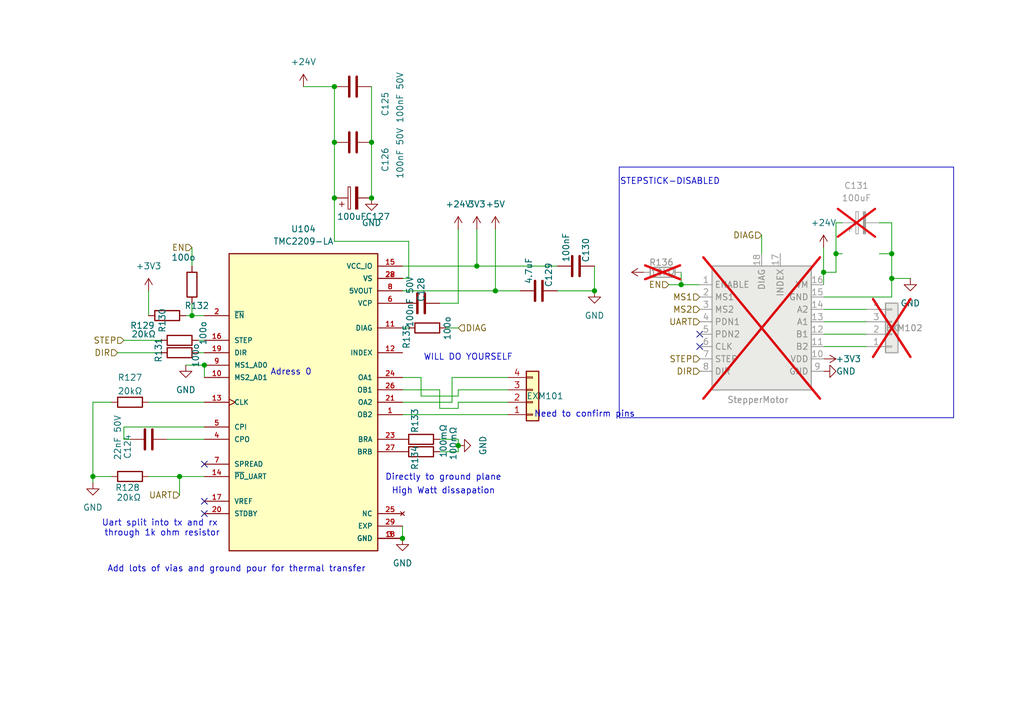
<source format=kicad_sch>
(kicad_sch (version 20250114) (generator "eeschema") (generator_version "9.0")
  (paper "A5")
  (lib_symbols
    (symbol "+3V3_1" (power) (pin_numbers (hide yes)) (pin_names (offset 0) (hide yes))
      (property "Value" "+3V3" (at 0 3.556 0))
      (symbol "+3V3_1_0_1"
        (polyline (pts (xy -0.762 1.27) (xy 0 2.54)))
        (polyline (pts (xy 0 2.54) (xy 0.762 1.27)))
        (polyline (pts (xy 0 0) (xy 0 2.54)))
      )
      (symbol "+3V3_1_1_1"
        (pin power_in line (at 0 0 90) (length 0) (name "~") (number "1"))
      )
    )
    (symbol "Connector_Generic:Conn_01x04" (pin_names (offset 1.016) (hide yes))
      (property "Reference" "J" (at 0 5.08 0))
      (property "Value" "Conn_01x04" (at 0 -7.62 0))
      (symbol "Conn_01x04_1_1"
        (rectangle (start -1.27 3.81) (end 1.27 -6.35) (stroke (width 0.254)) (fill (type background)))
        (rectangle (start -1.27 2.667) (end 0 2.413) (stroke (width 0.1524)))
        (rectangle (start -1.27 0.127) (end 0 -0.127) (stroke (width 0.1524)))
        (rectangle (start -1.27 -2.413) (end 0 -2.667) (stroke (width 0.1524)))
        (rectangle (start -1.27 -4.953) (end 0 -5.207) (stroke (width 0.1524)))
        (pin passive line (at -5.08 2.54 0) (length 3.81) (name "Pin_1") (number "1"))
        (pin passive line (at -5.08 0 0) (length 3.81) (name "Pin_2") (number "2"))
        (pin passive line (at -5.08 -2.54 0) (length 3.81) (name "Pin_3") (number "3"))
        (pin passive line (at -5.08 -5.08 0) (length 3.81) (name "Pin_4") (number "4"))
      )
    )
    (symbol "CustomSymbols:TMC2209 StepStick Breakout"
      (property "Reference" "M" (at 1.27 -3.81 0))
      (property "Value" "TMC2209 Breakout" (at 11.43 -7.62 0))
      (symbol "TMC2209 StepStick Breakout_0_1"
        (rectangle (start -7.62 16.51) (end 12.7 -8.89) (stroke (width 0.254)) (fill (type background)))
      )
      (symbol "TMC2209 StepStick Breakout_1_1"
        (pin input line (at -10.16 12.7 0) (length 2.54) (name "ENABLE") (number "1"))
        (pin input line (at -10.16 10.16 0) (length 2.54) (name "MS1") (number "2"))
        (pin input line (at -10.16 7.62 0) (length 2.54) (name "MS2") (number "3"))
        (pin output line (at -10.16 5.08 0) (length 2.54) (name "PDN1") (number "4"))
        (pin output line (at -10.16 2.54 0) (length 2.54) (name "PDN2") (number "5"))
        (pin input line (at -10.16 0 0) (length 2.54) (name "CLK") (number "6"))
        (pin input line (at -10.16 -2.54 0) (length 2.54) (name "STEP") (number "7"))
        (pin input line (at -10.16 -5.08 0) (length 2.54) (name "DIR") (number "8"))
        (pin output line (at 2.54 19.05 270) (length 2.54) (name "DIAG") (number "18"))
        (pin input line (at 6.35 19.05 270) (length 2.54) (name "INDEX") (number "17"))
        (pin input line (at 15.24 12.7 180) (length 2.54) (name "VM") (number "16"))
        (pin input line (at 15.24 10.16 180) (length 2.54) (name "GND") (number "15"))
        (pin output line (at 15.24 7.62 180) (length 2.54) (name "A2") (number "14"))
        (pin output line (at 15.24 5.08 180) (length 2.54) (name "A1") (number "13"))
        (pin output line (at 15.24 2.54 180) (length 2.54) (name "B1") (number "12"))
        (pin output line (at 15.24 0 180) (length 2.54) (name "B2") (number "11"))
        (pin input line (at 15.24 -2.54 180) (length 2.54) (name "VDD") (number "10"))
        (pin input line (at 15.24 -5.08 180) (length 2.54) (name "GND") (number "9"))
      )
    )
    (symbol "Device:C" (pin_numbers (hide yes)) (pin_names (offset 0.254))
      (property "Reference" "C" (at 0.635 2.54 0))
      (property "Value" "C" (at 0.635 -2.54 0))
      (symbol "C_0_1"
        (polyline (pts (xy -2.032 0.762) (xy 2.032 0.762)) (stroke (width 0.508)))
        (polyline (pts (xy -2.032 -0.762) (xy 2.032 -0.762)) (stroke (width 0.508)))
      )
      (symbol "C_1_1"
        (pin passive line (at 0 3.81 270) (length 2.794) (name "~") (number "1"))
        (pin passive line (at 0 -3.81 90) (length 2.794) (name "~") (number "2"))
      )
    )
    (symbol "Device:C_Polarized" (pin_numbers (hide yes)) (pin_names (offset 0.254))
      (property "Reference" "C" (at 0.635 2.54 0))
      (property "Value" "C_Polarized" (at 0.635 -2.54 0))
      (symbol "C_Polarized_0_1"
        (rectangle (start -2.286 0.508) (end 2.286 1.016))
        (polyline (pts (xy -1.778 2.286) (xy -0.762 2.286)))
        (polyline (pts (xy -1.27 2.794) (xy -1.27 1.778)))
        (rectangle (start 2.286 -0.508) (end -2.286 -1.016) (fill (type outline)))
      )
      (symbol "C_Polarized_1_1"
        (pin passive line (at 0 3.81 270) (length 2.794) (name "~") (number "1"))
        (pin passive line (at 0 -3.81 90) (length 2.794) (name "~") (number "2"))
      )
    )
    (symbol "Device:R" (pin_numbers (hide yes)) (pin_names (offset 0))
      (property "Reference" "R" (at 2.032 0 90))
      (property "Value" "R" (at 0 0 90))
      (symbol "R_0_1"
        (rectangle (start -1.016 -2.54) (end 1.016 2.54) (stroke (width 0.254)))
      )
      (symbol "R_1_1"
        (pin passive line (at 0 3.81 270) (length 1.27) (name "~") (number "1"))
        (pin passive line (at 0 -3.81 90) (length 1.27) (name "~") (number "2"))
      )
    )
    (symbol "GND_1" (power) (pin_numbers (hide yes)) (pin_names (offset 0) (hide yes))
      (property "Value" "GND" (at 0 -3.81 0))
      (symbol "GND_1_0_1"
        (polyline (pts (xy 0 0) (xy 0 -1.27) (xy 1.27 -1.27) (xy 0 -2.54) (xy -1.27 -1.27) (xy 0 -1.27)))
      )
      (symbol "GND_1_1_1"
        (pin power_in line (at 0 0 270) (length 0) (name "~") (number "1"))
      )
    )
    (symbol "GND_2" (power) (pin_numbers (hide yes)) (pin_names (offset 0) (hide yes))
      (property "Value" "GND" (at 0 -3.81 0))
      (symbol "GND_2_0_1"
        (polyline (pts (xy 0 0) (xy 0 -1.27) (xy 1.27 -1.27) (xy 0 -2.54) (xy -1.27 -1.27) (xy 0 -1.27)))
      )
      (symbol "GND_2_1_1"
        (pin power_in line (at 0 0 270) (length 0) (name "~") (number "1"))
      )
    )
    (symbol "GND_3" (power) (pin_numbers (hide yes)) (pin_names (offset 0) (hide yes))
      (property "Value" "GND" (at 0 -3.81 0))
      (symbol "GND_3_0_1"
        (polyline (pts (xy 0 0) (xy 0 -1.27) (xy 1.27 -1.27) (xy 0 -2.54) (xy -1.27 -1.27) (xy 0 -1.27)))
      )
      (symbol "GND_3_1_1"
        (pin power_in line (at 0 0 270) (length 0) (name "~") (number "1"))
      )
    )
    (symbol "GND_4" (power) (pin_numbers (hide yes)) (pin_names (offset 0) (hide yes))
      (property "Value" "GND" (at 0 -3.81 0))
      (symbol "GND_4_0_1"
        (polyline (pts (xy 0 0) (xy 0 -1.27) (xy 1.27 -1.27) (xy 0 -2.54) (xy -1.27 -1.27) (xy 0 -1.27)))
      )
      (symbol "GND_4_1_1"
        (pin power_in line (at 0 0 270) (length 0) (name "~") (number "1"))
      )
    )
    (symbol "GND_5" (power) (pin_numbers (hide yes)) (pin_names (offset 0) (hide yes))
      (property "Value" "GND" (at 0 -3.81 0))
      (symbol "GND_5_0_1"
        (polyline (pts (xy 0 0) (xy 0 -1.27) (xy 1.27 -1.27) (xy 0 -2.54) (xy -1.27 -1.27) (xy 0 -1.27)))
      )
      (symbol "GND_5_1_1"
        (pin power_in line (at 0 0 270) (length 0) (name "~") (number "1"))
      )
    )
    (symbol "GND_6" (power) (pin_numbers (hide yes)) (pin_names (offset 0) (hide yes))
      (property "Value" "GND" (at 0 -3.81 0))
      (symbol "GND_6_0_1"
        (polyline (pts (xy 0 0) (xy 0 -1.27) (xy 1.27 -1.27) (xy 0 -2.54) (xy -1.27 -1.27) (xy 0 -1.27)))
      )
      (symbol "GND_6_1_1"
        (pin power_in line (at 0 0 270) (length 0) (name "~") (number "1"))
      )
    )
    (symbol "GND_7" (power) (pin_numbers (hide yes)) (pin_names (offset 0) (hide yes))
      (property "Value" "GND" (at 0 -3.81 0))
      (symbol "GND_7_0_1"
        (polyline (pts (xy 0 0) (xy 0 -1.27) (xy 1.27 -1.27) (xy 0 -2.54) (xy -1.27 -1.27) (xy 0 -1.27)))
      )
      (symbol "GND_7_1_1"
        (pin power_in line (at 0 0 270) (length 0) (name "~") (number "1"))
      )
    )
    (symbol "TMC2209-LA:TMC2209-LA" (pin_names (offset 1.016))
      (property "Reference" "U" (at -15.24 30.48 0))
      (property "Value" "TMC2209-LA" (at -15.24 -33.02 0))
      (symbol "TMC2209-LA_0_0"
        (rectangle (start -15.24 -30.48) (end 15.24 30.48) (stroke (width 0.254)) (fill (type background)))
        (pin input line (at -20.32 17.78 0) (length 5.08) (name "~{EN}") (number "2"))
        (pin input line (at -20.32 12.7 0) (length 5.08) (name "STEP") (number "16"))
        (pin input line (at -20.32 10.16 0) (length 5.08) (name "DIR") (number "19"))
        (pin input line (at -20.32 7.62 0) (length 5.08) (name "MS1_AD0") (number "9"))
        (pin input line (at -20.32 5.08 0) (length 5.08) (name "MS2_AD1") (number "10"))
        (pin input clock (at -20.32 0 0) (length 5.08) (name "CLK") (number "13"))
        (pin input line (at -20.32 -5.08 0) (length 5.08) (name "CPI") (number "5"))
        (pin output line (at -20.32 -7.62 0) (length 5.08) (name "CPO") (number "4"))
        (pin input line (at -20.32 -12.7 0) (length 5.08) (name "SPREAD") (number "7"))
        (pin bidirectional line (at -20.32 -15.24 0) (length 5.08) (name "~{PD}_UART") (number "14"))
        (pin input line (at -20.32 -20.32 0) (length 5.08) (name "VREF") (number "17"))
        (pin input line (at -20.32 -22.86 0) (length 5.08) (name "STDBY") (number "20"))
        (pin power_in line (at 20.32 27.94 180) (length 5.08) (name "VCC_IO") (number "15"))
        (pin power_in line (at 20.32 25.4 180) (length 5.08) (name "VS") (number "22"))
        (pin power_in line (at 20.32 25.4 180) (length 5.08) (name "VS") (number "28"))
        (pin power_in line (at 20.32 22.86 180) (length 5.08) (name "5VOUT") (number "8"))
        (pin power_in line (at 20.32 20.32 180) (length 5.08) (name "VCP") (number "6"))
        (pin output line (at 20.32 15.24 180) (length 5.08) (name "DIAG") (number "11"))
        (pin output line (at 20.32 10.16 180) (length 5.08) (name "INDEX") (number "12"))
        (pin output line (at 20.32 5.08 180) (length 5.08) (name "OA1") (number "24"))
        (pin output line (at 20.32 2.54 180) (length 5.08) (name "OB1") (number "26"))
        (pin output line (at 20.32 0 180) (length 5.08) (name "OA2") (number "21"))
        (pin output line (at 20.32 -2.54 180) (length 5.08) (name "OB2") (number "1"))
        (pin bidirectional line (at 20.32 -7.62 180) (length 5.08) (name "BRA") (number "23"))
        (pin bidirectional line (at 20.32 -10.16 180) (length 5.08) (name "BRB") (number "27"))
        (pin no_connect line (at 20.32 -22.86 180) (length 5.08) (name "NC") (number "25"))
        (pin power_in line (at 20.32 -25.4 180) (length 5.08) (name "EXP") (number "29"))
        (pin power_in line (at 20.32 -27.94 180) (length 5.08) (name "GND") (number "18"))
        (pin power_in line (at 20.32 -27.94 180) (length 5.08) (name "GND") (number "3"))
      )
    )
    (symbol "power:+24V" (power) (pin_numbers (hide yes)) (pin_names (offset 0) (hide yes))
      (property "Value" "+24V" (at 0 3.556 0))
      (symbol "+24V_0_1"
        (polyline (pts (xy -0.762 1.27) (xy 0 2.54)))
        (polyline (pts (xy 0 2.54) (xy 0.762 1.27)))
        (polyline (pts (xy 0 0) (xy 0 2.54)))
      )
      (symbol "+24V_1_1"
        (pin power_in line (at 0 0 90) (length 0) (name "~") (number "1"))
      )
    )
    (symbol "power:+3V3" (power) (pin_names (offset 0))
      (property "Value" "+3V3" (at 0 3.556 0))
      (symbol "+3V3_0_1"
        (polyline (pts (xy -0.762 1.27) (xy 0 2.54)))
        (polyline (pts (xy 0 2.54) (xy 0.762 1.27)))
        (polyline (pts (xy 0 0) (xy 0 2.54)))
      )
      (symbol "+3V3_1_1"
        (pin power_in line (at 0 0 90) (length 0) (hide yes) (name "+3V3") (number "1"))
      )
    )
    (symbol "power:+5V" (power) (pin_numbers (hide yes)) (pin_names (offset 0) (hide yes))
      (property "Value" "+5V" (at 0 3.556 0))
      (symbol "+5V_0_1"
        (polyline (pts (xy -0.762 1.27) (xy 0 2.54)))
        (polyline (pts (xy 0 2.54) (xy 0.762 1.27)))
        (polyline (pts (xy 0 0) (xy 0 2.54)))
      )
      (symbol "+5V_1_1"
        (pin power_in line (at 0 0 90) (length 0) (name "~") (number "1"))
      )
    )
    (symbol "power:GND" (power) (pin_names (offset 0))
      (property "Value" "GND" (at 0 -3.81 0))
      (symbol "GND_0_1"
        (polyline (pts (xy 0 0) (xy 0 -1.27) (xy 1.27 -1.27) (xy 0 -2.54) (xy -1.27 -1.27) (xy 0 -1.27)))
      )
      (symbol "GND_1_1"
        (pin power_in line (at 0 0 270) (length 0) (hide yes) (name "GND") (number "1"))
      )
    )
  )
  (rectangle (start 127 34.29) (end 195.58 85.725))
  (text "Need to confirm pins" (at 119.888 85.09 0) (effects (font (size 1.27 1.27) (thickness 0.1588))))
  (text "WILL DO YOURSELF" (at 96.012 73.406 0) (effects (font (size 1.27 1.27))))
  (text "High Watt dissapation" (at 90.932 100.838 0) (effects (font (size 1.27 1.27) (thickness 0.1588))))
  (text "STEPSTICK-DISABLED" (at 137.414 37.338 0) (effects (font (size 1.27 1.27))))
  (text "Adress 0" (at 59.69 76.454 0) (effects (font (size 1.27 1.27))))
  (text "Directly to ground plane" (at 90.932 98.044 0) (effects (font (size 1.27 1.27) (thickness 0.1588))))
  (text "Uart split into tx and rx\n through 1k ohm resistor" (at 32.766 108.458 0) (effects (font (size 1.27 1.27))))
  (text "Add lots of vias and ground pour for thermal transfer" (at 48.514 116.84 0) (effects (font (size 1.27 1.27) (thickness 0.1588))))
  (junction (at 39.37 64.77))
  (junction (at 76.2 40.64))
  (junction (at 68.58 40.64))
  (junction (at 139.7 58.42))
  (junction (at 121.92 59.69))
  (junction (at 182.88 57.15))
  (junction (at 68.58 17.78))
  (junction (at 19.05 97.79))
  (junction (at 41.91 74.93))
  (junction (at 82.55 110.49))
  (junction (at 68.58 29.21))
  (junction (at 97.79 54.61))
  (junction (at 93.98 91.44))
  (junction (at 182.88 52.07))
  (junction (at 171.45 52.07))
  (junction (at 76.2 29.21))
  (junction (at 36.83 97.79))
  (junction (at 168.91 55.88))
  (junction (at 101.6 59.69))
  (no_connect (at 41.91 102.87))
  (no_connect (at 41.91 105.41))
  (no_connect (at 41.91 95.25))
  (no_connect (at 143.51 68.58))
  (no_connect (at 143.51 71.12))
  (wire (pts (xy 39.37 64.77) (xy 41.91 64.77)))
  (wire (pts (xy 93.98 91.44) (xy 93.98 92.71)))
  (wire (pts (xy 139.7 58.42) (xy 143.51 58.42)))
  (wire (pts (xy 91.44 67.31) (xy 93.98 67.31)))
  (wire (pts (xy 82.55 85.09) (xy 104.14 85.09)))
  (wire (pts (xy 19.05 82.55) (xy 19.05 97.79)))
  (wire (pts (xy 114.3 59.69) (xy 121.92 59.69)))
  (wire (pts (xy 82.55 107.95) (xy 82.55 110.49)))
  (wire (pts (xy 168.91 66.04) (xy 177.8 66.04)))
  (wire (pts (xy 40.64 69.85) (xy 41.91 69.85)))
  (wire (pts (xy 101.6 46.99) (xy 101.6 59.69)))
  (wire (pts (xy 182.88 60.96) (xy 168.91 60.96)))
  (wire (pts (xy 172.72 45.72) (xy 171.45 45.72)))
  (wire (pts (xy 68.58 17.78) (xy 68.58 29.21)))
  (wire (pts (xy 36.83 97.79) (xy 41.91 97.79)))
  (wire (pts (xy 168.91 50.8) (xy 168.91 55.88)))
  (wire (pts (xy 97.79 46.99) (xy 97.79 54.61)))
  (wire (pts (xy 82.55 59.69) (xy 101.6 59.69)))
  (wire (pts (xy 30.48 97.79) (xy 36.83 97.79)))
  (wire (pts (xy 101.6 59.69) (xy 106.68 59.69)))
  (wire (pts (xy 97.79 54.61) (xy 82.55 54.61)))
  (wire (pts (xy 82.55 82.55) (xy 92.71 82.55)))
  (wire (pts (xy 182.88 45.72) (xy 180.34 45.72)))
  (wire (pts (xy 38.1 64.77) (xy 39.37 64.77)))
  (wire (pts (xy 25.4 90.17) (xy 26.67 90.17)))
  (wire (pts (xy 19.05 97.79) (xy 19.05 99.06)))
  (wire (pts (xy 90.17 83.82) (xy 93.98 83.82)))
  (wire (pts (xy 168.91 63.5) (xy 177.8 63.5)))
  (wire (pts (xy 93.98 80.01) (xy 104.14 80.01)))
  (wire (pts (xy 40.64 72.39) (xy 41.91 72.39)))
  (wire (pts (xy 25.4 69.85) (xy 33.02 69.85)))
  (wire (pts (xy 168.91 71.12) (xy 177.8 71.12)))
  (wire (pts (xy 83.82 49.53) (xy 68.58 49.53)))
  (wire (pts (xy 139.7 55.88) (xy 139.7 58.42)))
  (wire (pts (xy 25.4 87.63) (xy 25.4 90.17)))
  (wire (pts (xy 36.83 97.79) (xy 36.83 101.6)))
  (wire (pts (xy 93.98 46.99) (xy 93.98 62.23)))
  (wire (pts (xy 34.29 90.17) (xy 41.91 90.17)))
  (wire (pts (xy 182.88 57.15) (xy 186.69 57.15)))
  (wire (pts (xy 182.88 52.07) (xy 182.88 57.15)))
  (wire (pts (xy 76.2 17.78) (xy 76.2 29.21)))
  (wire (pts (xy 68.58 49.53) (xy 68.58 40.64)))
  (wire (pts (xy 41.91 74.93) (xy 38.1 74.93)))
  (wire (pts (xy 83.82 57.15) (xy 83.82 49.53)))
  (wire (pts (xy 82.55 77.47) (xy 86.36 77.47)))
  (wire (pts (xy 90.17 90.17) (xy 93.98 90.17)))
  (wire (pts (xy 39.37 50.8) (xy 39.37 54.61)))
  (wire (pts (xy 182.88 45.72) (xy 182.88 52.07)))
  (wire (pts (xy 39.37 62.23) (xy 39.37 64.77)))
  (wire (pts (xy 22.86 82.55) (xy 19.05 82.55)))
  (wire (pts (xy 30.48 59.69) (xy 30.48 64.77)))
  (wire (pts (xy 93.98 90.17) (xy 93.98 91.44)))
  (wire (pts (xy 24.13 72.39) (xy 33.02 72.39)))
  (wire (pts (xy 76.2 29.21) (xy 76.2 40.64)))
  (wire (pts (xy 171.45 45.72) (xy 171.45 52.07)))
  (wire (pts (xy 86.36 77.47) (xy 86.36 81.28)))
  (wire (pts (xy 68.58 29.21) (xy 68.58 40.64)))
  (wire (pts (xy 171.45 55.88) (xy 168.91 55.88)))
  (wire (pts (xy 171.45 52.07) (xy 171.45 55.88)))
  (wire (pts (xy 172.72 52.07) (xy 171.45 52.07)))
  (wire (pts (xy 168.91 55.88) (xy 168.91 58.42)))
  (wire (pts (xy 93.98 81.28) (xy 93.98 80.01)))
  (wire (pts (xy 93.98 82.55) (xy 104.14 82.55)))
  (wire (pts (xy 92.71 82.55) (xy 92.71 77.47)))
  (wire (pts (xy 41.91 74.93) (xy 41.91 77.47)))
  (wire (pts (xy 19.05 97.79) (xy 22.86 97.79)))
  (wire (pts (xy 182.88 57.15) (xy 182.88 60.96)))
  (wire (pts (xy 92.71 77.47) (xy 104.14 77.47)))
  (wire (pts (xy 156.21 48.26) (xy 156.21 52.07)))
  (wire (pts (xy 93.98 83.82) (xy 93.98 82.55)))
  (wire (pts (xy 90.17 80.01) (xy 90.17 83.82)))
  (wire (pts (xy 93.98 92.71) (xy 90.17 92.71)))
  (wire (pts (xy 82.55 80.01) (xy 90.17 80.01)))
  (wire (pts (xy 121.92 54.61) (xy 121.92 59.69)))
  (wire (pts (xy 114.3 54.61) (xy 97.79 54.61)))
  (wire (pts (xy 180.34 52.07) (xy 182.88 52.07)))
  (wire (pts (xy 83.82 67.31) (xy 82.55 67.31)))
  (wire (pts (xy 86.36 81.28) (xy 93.98 81.28)))
  (wire (pts (xy 62.23 17.78) (xy 68.58 17.78)))
  (wire (pts (xy 168.91 68.58) (xy 177.8 68.58)))
  (wire (pts (xy 41.91 87.63) (xy 25.4 87.63)))
  (wire (pts (xy 30.48 82.55) (xy 41.91 82.55)))
  (wire (pts (xy 93.98 62.23) (xy 90.17 62.23)))
  (wire (pts (xy 137.16 58.42) (xy 139.7 58.42)))
  (wire (pts (xy 82.55 57.15) (xy 83.82 57.15)))
  (hierarchical_label "DIAG" (shape input) (at 156.21 48.26 180))
  (hierarchical_label "STEP" (shape input) (at 25.4 69.85 180))
  (hierarchical_label "DIR" (shape input) (at 24.13 72.39 180))
  (hierarchical_label "UART" (shape input) (at 143.51 66.04 180))
  (hierarchical_label "EN" (shape input) (at 137.16 58.42 180))
  (hierarchical_label "EN" (shape input) (at 39.37 50.8 180))
  (hierarchical_label "STEP" (shape input) (at 143.51 73.66 180))
  (hierarchical_label "MS2" (shape input) (at 143.51 63.5 180))
  (hierarchical_label "UART" (shape input) (at 36.83 101.6 180))
  (hierarchical_label "DIAG" (shape input) (at 93.98 67.31 0))
  (hierarchical_label "MS1" (shape input) (at 143.51 60.96 180))
  (hierarchical_label "DIR" (shape input) (at 143.51 76.2 180))
  (symbol (lib_id "Device:C_Polarized") (at 72.39 40.64 90) (unit 1)
    (property "Reference" "C127" (at 77.47 44.45 90))
    (property "Value" "100uF" (at 72.136 44.45 90))
    (property "Footprint" "Capacitor_SMD:CP_Elec_8x10" (effects (hide yes)))
    (property "Description" "Polarized capacitor" (effects (hide yes)))
  )
  (symbol (lib_id "Device:R") (at 86.36 90.17 90) (unit 1)
    (property "Reference" "R133" (at 85.09 88.9 0) (effects (justify left)))
    (property "Value" "100mΩ" (at 90.932 93.98 0) (effects (justify left)))
    (property "Footprint" "Resistor_SMD:R_1206_3216Metric" (effects (hide yes)))
    (property "Description" "Resistor" (effects (hide yes)))
  )
  (symbol (lib_id "power:+24V") (at 168.91 50.8 0) (unit 1)
    (property "Reference" "#PWR0165" (effects (hide yes)))
    (property "Value" "+24V" (at 168.91 45.72 0))
    (property "Description" "Power symbol creates a global label with name \"+24V\"" (effects (hide yes)))
  )
  (symbol (lib_id "Device:R") (at 87.63 67.31 90) (unit 1)
    (property "Reference" "R135" (at 83.3634 71.6404 0) (effects (justify left)))
    (property "Value" "100o" (at 91.7454 69.8624 0) (effects (justify left)))
    (property "Footprint" "Resistor_SMD:R_0402_1005Metric" (effects (hide yes)))
    (property "Description" "Resistor" (effects (hide yes)))
  )
  (symbol (lib_id "Connector_Generic:Conn_01x04") (at 182.88 68.58 0) (mirror x) (unit 1) (exclude_from_sim yes) (in_bom no) (on_board no) (dnp yes)
    (property "Reference" "EXM102" (at 181.61 67.31 0) (effects (justify left)))
    (property "Value" "Conn_01x04" (effects (hide yes)))
    (property "Footprint" "Connector_JST:JST_XH_B4B-XH-A_1x04_P2.50mm_Vertical" (effects (hide yes)))
  )
  (symbol (lib_id "Device:R") (at 26.67 82.55 90) (unit 1)
    (property "Reference" "R127" (at 26.67 77.47 90))
    (property "Value" "20kΩ" (at 26.67 80.264 90))
    (property "Footprint" "Resistor_SMD:R_0402_1005Metric" (effects (hide yes)))
    (property "Description" "Resistor" (effects (hide yes)))
  )
  (symbol (lib_id "power:+24V") (at 62.23 17.78 0) (unit 1)
    (property "Reference" "#PWR0156" (effects (hide yes)))
    (property "Value" "+24V" (at 62.23 12.7 0))
    (property "Description" "Power symbol creates a global label with name \"+24V\"" (effects (hide yes)))
  )
  (symbol (lib_name "GND_3") (lib_id "power:GND") (at 38.1 74.93 0) (unit 1)
    (property "Reference" "#PWR0155" (effects (hide yes)))
    (property "Value" "GND" (at 38.1 80.01 0))
    (property "Description" "Power symbol creates a global label with name \"GND\" , ground" (effects (hide yes)))
  )
  (symbol (lib_name "GND_2") (lib_id "power:GND") (at 93.98 91.44 90) (unit 1)
    (property "Reference" "#PWR0160" (effects (hide yes)))
    (property "Value" "GND" (at 99.06 91.44 0))
    (property "Description" "Power symbol creates a global label with name \"GND\" , ground" (effects (hide yes)))
  )
  (symbol (lib_name "GND_5") (lib_id "power:GND") (at 121.92 59.69 0) (unit 1)
    (property "Reference" "#PWR0163" (effects (hide yes)))
    (property "Value" "GND" (at 121.92 64.77 0))
    (property "Description" "Power symbol creates a global label with name \"GND\" , ground" (effects (hide yes)))
  )
  (symbol (lib_id "power:+24V") (at 93.98 46.99 0) (unit 1)
    (property "Reference" "#PWR0159" (effects (hide yes)))
    (property "Value" "+24V" (at 93.98 41.91 0))
    (property "Description" "Power symbol creates a global label with name \"+24V\"" (effects (hide yes)))
  )
  (symbol (lib_id "CustomSymbols:TMC2209 StepStick Breakout") (at 153.67 71.12 0) (unit 1) (exclude_from_sim yes) (in_bom no) (on_board no) (dnp yes)
    (property "Reference" "M101" (effects (hide yes)))
    (property "Value" "StepperMotor" (at 155.448 82.042 0))
    (property "Footprint" "OpenA1K:TMC2209 Footprint" (effects (hide yes)))
  )
  (symbol (lib_name "+3V3_1") (lib_id "power:+3V3") (at 30.48 59.69 0) (unit 1)
    (property "Reference" "#PWR0154" (effects (hide yes)))
    (property "Value" "+3V3" (at 30.48 54.61 0))
    (property "Description" "Power symbol creates a global label with name \"+3V3\"" (effects (hide yes)))
  )
  (symbol (lib_id "Device:C") (at 110.49 59.69 270) (unit 1)
    (property "Reference" "C129" (at 112.522 53.848 0) (effects (justify left)))
    (property "Value" "4.7uF" (at 108.458 52.832 0) (effects (justify left)))
    (property "Footprint" "Capacitor_SMD:C_0603_1608Metric" (effects (hide yes)))
    (property "Description" "Unpolarized capacitor" (effects (hide yes)))
  )
  (symbol (lib_id "Device:C_Polarized") (at 176.53 45.72 90) (unit 1) (exclude_from_sim yes) (in_bom no) (on_board no) (dnp yes)
    (property "Reference" "C131" (at 175.641 38.1 90))
    (property "Value" "100uF" (at 175.641 40.64 90))
    (property "Footprint" "Capacitor_SMD:CP_Elec_8x10" (effects (hide yes)))
    (property "Description" "Polarized capacitor" (effects (hide yes)))
  )
  (symbol (lib_id "Device:C") (at 118.11 54.61 270) (unit 1)
    (property "Reference" "C130" (at 120.142 48.768 0) (effects (justify left)))
    (property "Value" "100nF" (at 116.078 47.752 0) (effects (justify left)))
    (property "Footprint" "Capacitor_SMD:C_0402_1005Metric" (effects (hide yes)))
    (property "Description" "Unpolarized capacitor" (effects (hide yes)))
  )
  (symbol (lib_name "GND_7") (lib_id "power:GND") (at 76.2 40.64 0) (unit 1)
    (property "Reference" "#PWR0157" (effects (hide yes)))
    (property "Value" "GND" (at 76.2 45.72 0))
    (property "Description" "Power symbol creates a global label with name \"GND\" , ground" (effects (hide yes)))
  )
  (symbol (lib_id "Connector_Generic:Conn_01x04") (at 109.22 82.55 0) (mirror x) (unit 1) (in_bom no)
    (property "Reference" "EXM101" (at 107.95 81.28 0) (effects (justify left)))
    (property "Value" "Conn_01x04" (effects (hide yes)))
    (property "Footprint" "Connector_JST:JST_XH_B4B-XH-A_1x04_P2.50mm_Vertical" (effects (hide yes)))
  )
  (symbol (lib_id "Device:R") (at 135.89 55.88 270) (unit 1) (exclude_from_sim yes) (in_bom no) (on_board no) (dnp yes)
    (property "Reference" "R136" (at 133.096 53.848 90) (effects (justify left)))
    (property "Value" "10kΩ" (at 133.35 55.88 90) (effects (justify left)))
    (property "Footprint" "Resistor_THT:R_Axial_DIN0207_L6.3mm_D2.5mm_P10.16mm_Horizontal" (effects (hide yes)))
  )
  (symbol (lib_id "Device:C") (at 72.39 17.78 270) (unit 1)
    (property "Reference" "C125" (at 78.994 18.796 0) (effects (justify left)))
    (property "Value" "100nF 50V" (at 82.042 14.732 0) (effects (justify left)))
    (property "Footprint" "Capacitor_SMD:C_0603_1608Metric" (effects (hide yes)))
    (property "Description" "Unpolarized capacitor" (effects (hide yes)))
  )
  (symbol (lib_id "Device:C") (at 72.39 29.21 270) (unit 1)
    (property "Reference" "C126" (at 78.994 30.226 0) (effects (justify left)))
    (property "Value" "100nF 50V" (at 82.042 26.162 0) (effects (justify left)))
    (property "Footprint" "Capacitor_SMD:C_0603_1608Metric" (effects (hide yes)))
    (property "Description" "Unpolarized capacitor" (effects (hide yes)))
  )
  (symbol (lib_id "power:GND") (at 168.91 76.2 90) (unit 1)
    (property "Reference" "#PWR0167" (effects (hide yes)))
    (property "Value" "GND" (at 173.482 76.2 90))
  )
  (symbol (lib_id "Device:C") (at 86.36 62.23 270) (unit 1)
    (property "Reference" "C128" (at 86.36 56.896 0) (effects (justify left)))
    (property "Value" "100nF 50V" (at 84.074 56.642 0) (effects (justify left)))
    (property "Footprint" "Capacitor_SMD:C_0603_1608Metric" (effects (hide yes)))
    (property "Description" "Unpolarized capacitor" (effects (hide yes)))
  )
  (symbol (lib_id "Device:R") (at 34.29 64.77 90) (unit 1)
    (property "Reference" "R129" (at 29.21 66.802 90))
    (property "Value" "20kΩ" (at 29.464 68.58 90))
    (property "Footprint" "Resistor_SMD:R_0402_1005Metric" (effects (hide yes)))
    (property "Description" "Resistor" (effects (hide yes)))
  )
  (symbol (lib_id "Device:R") (at 26.67 97.79 90) (unit 1)
    (property "Reference" "R128" (at 26.162 100.076 90))
    (property "Value" "20kΩ" (at 26.416 102.108 90))
    (property "Footprint" "Resistor_SMD:R_0402_1005Metric" (effects (hide yes)))
    (property "Description" "Resistor" (effects (hide yes)))
  )
  (symbol (lib_id "Device:R") (at 36.83 72.39 90) (unit 1)
    (property "Reference" "R131" (at 32.512 74.422 0) (effects (justify left)))
    (property "Value" "100o" (at 40.132 75.438 0) (effects (justify left)))
    (property "Footprint" "Resistor_SMD:R_0402_1005Metric" (effects (hide yes)))
    (property "Description" "Resistor" (effects (hide yes)))
  )
  (symbol (lib_id "Device:R") (at 39.37 58.42 180) (unit 1)
    (property "Reference" "R132" (at 42.926 62.738 0) (effects (justify left)))
    (property "Value" "100o" (at 40.132 52.832 0) (effects (justify left)))
    (property "Footprint" "Resistor_SMD:R_0402_1005Metric" (effects (hide yes)))
    (property "Description" "Resistor" (effects (hide yes)))
  )
  (symbol (lib_id "Device:R") (at 36.83 69.85 90) (unit 1)
    (property "Reference" "R130" (at 33.274 68.326 0) (effects (justify left)))
    (property "Value" "100o" (at 41.656 70.866 0) (effects (justify left)))
    (property "Footprint" "Resistor_SMD:R_0402_1005Metric" (effects (hide yes)))
    (property "Description" "Resistor" (effects (hide yes)))
  )
  (symbol (lib_id "power:+3V3") (at 168.91 73.66 270) (unit 1)
    (property "Reference" "#PWR0166" (effects (hide yes)))
    (property "Value" "+3V3" (at 173.99 73.66 90))
  )
  (symbol (lib_id "TMC2209-LA:TMC2209-LA") (at 62.23 82.55 0) (unit 1)
    (property "Reference" "U104" (at 62.23 46.99 0))
    (property "Value" "TMC2209-LA" (at 62.23 49.53 0))
    (property "Footprint" "A1KLibrary:TMC2209-LA-FOOTPRINT" (effects (hide yes)))
    (property "MF" "Analog Devices" (effects (hide yes)))
    (property "MAXIMUM_PACKAGE_HEIGHT" "0.90mm" (effects (hide yes)))
    (property "Package" "None" (effects (hide yes)))
    (property "Price" "None" (effects (hide yes)))
    (property "Check_prices" "https://www.snapeda.com/parts/TMC2209-LA/Analog+Devices/view-part/?ref=eda" (effects (hide yes)))
    (property "STANDARD" "IPC-7351B" (effects (hide yes)))
    (property "PARTREV" "1.08" (effects (hide yes)))
    (property "SnapEDA_Link" "https://www.snapeda.com/parts/TMC2209-LA/Analog+Devices/view-part/?ref=snap" (effects (hide yes)))
    (property "MP" "TMC2209-LA" (effects (hide yes)))
    (property "Description_1" "Bipolar Motor Driver Power MOSFET Step/Direction, UART 28-QFN (5x5)" (effects (hide yes)))
    (property "MANUFACTURER" "Trinamic" (effects (hide yes)))
    (property "Availability" "In Stock" (effects (hide yes)))
    (property "SNAPEDA_PN" "TMC2209-LA" (effects (hide yes)))
  )
  (symbol (lib_id "Device:R") (at 86.36 92.71 90) (unit 1)
    (property "Reference" "R134" (at 85.09 96.52 0) (effects (justify left)))
    (property "Value" "100mΩ" (at 92.964 94.488 0) (effects (justify left)))
    (property "Footprint" "Resistor_SMD:R_1206_3216Metric" (effects (hide yes)))
    (property "Description" "Resistor" (effects (hide yes)))
  )
  (symbol (lib_id "power:+5V") (at 101.6 46.99 0) (unit 1)
    (property "Reference" "#PWR0162" (effects (hide yes)))
    (property "Value" "+5V" (at 101.6 41.91 0))
    (property "Description" "Power symbol creates a global label with name \"+5V\"" (effects (hide yes)))
  )
  (symbol (lib_id "power:+3V3") (at 132.08 55.88 90) (unit 1)
    (property "Reference" "#PWR0164" (effects (hide yes)))
    (property "Value" "+3V3" (effects (hide yes)))
  )
  (symbol (lib_name "GND_1") (lib_id "power:GND") (at 186.69 57.15 0) (unit 1)
    (property "Reference" "#PWR0168" (effects (hide yes)))
    (property "Value" "GND" (at 186.69 62.23 0))
    (property "Description" "Power symbol creates a global label with name \"GND\" , ground" (effects (hide yes)))
  )
  (symbol (lib_name "GND_6") (lib_id "power:GND") (at 82.55 110.49 0) (unit 1)
    (property "Reference" "#PWR0158" (effects (hide yes)))
    (property "Value" "GND" (at 82.55 115.57 0))
    (property "Description" "Power symbol creates a global label with name \"GND\" , ground" (effects (hide yes)))
  )
  (symbol (lib_id "Device:C") (at 30.48 90.17 90) (unit 1)
    (property "Reference" "C124" (at 26.162 94.234 0) (effects (justify left)))
    (property "Value" "22nF 50V" (at 24.13 94.488 0) (effects (justify left)))
    (property "Footprint" "Capacitor_SMD:C_0603_1608Metric" (effects (hide yes)))
    (property "Description" "Unpolarized capacitor" (effects (hide yes)))
  )
  (symbol (lib_name "GND_4") (lib_id "power:GND") (at 19.05 99.06 0) (unit 1)
    (property "Reference" "#PWR0153" (effects (hide yes)))
    (property "Value" "GND" (at 19.05 104.14 0))
    (property "Description" "Power symbol creates a global label with name \"GND\" , ground" (effects (hide yes)))
  )
  (symbol (lib_id "power:+5V") (at 97.79 46.99 0) (unit 1)
    (property "Reference" "#PWR0161" (effects (hide yes)))
    (property "Value" "3V3" (at 97.79 41.91 0))
    (property "Description" "Power symbol creates a global label with name \"+5V\"" (effects (hide yes)))
  )
)
</source>
